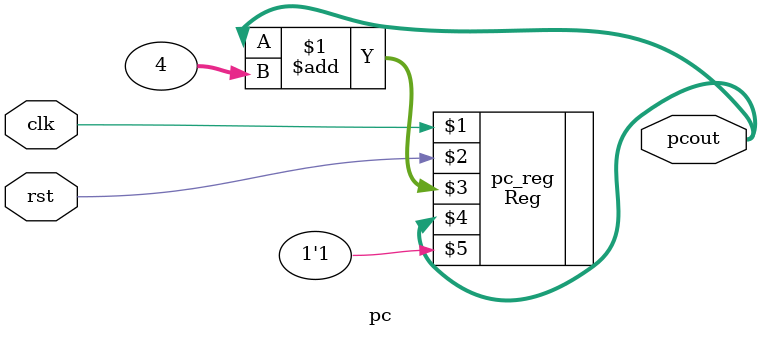
<source format=v>
module pc (
	input	 clk, rst,
	output 	[31:0] pcout);

	Reg #(32, 32'h80000000) pc_reg (clk, rst, pcout+4, pcout, 1'b1);

endmodule

</source>
